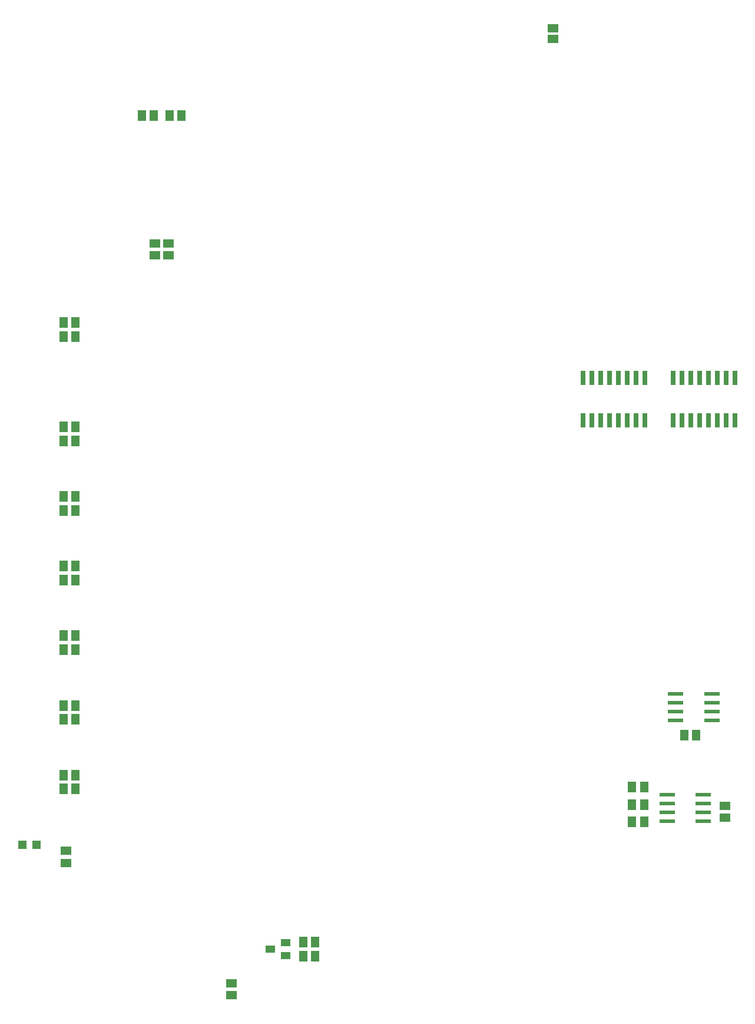
<source format=gtp>
G75*
G70*
%OFA0B0*%
%FSLAX24Y24*%
%IPPOS*%
%LPD*%
%AMOC8*
5,1,8,0,0,1.08239X$1,22.5*
%
%ADD10R,0.0866X0.0236*%
%ADD11R,0.0512X0.0591*%
%ADD12R,0.0591X0.0512*%
%ADD13R,0.0260X0.0800*%
%ADD14R,0.0551X0.0394*%
%ADD15R,0.0630X0.0460*%
%ADD16R,0.0472X0.0472*%
D10*
X039874Y012884D03*
X039874Y013384D03*
X039874Y013884D03*
X039874Y014384D03*
X041922Y014384D03*
X041922Y013884D03*
X041922Y013384D03*
X041922Y012884D03*
X042414Y018593D03*
X042414Y019093D03*
X042414Y019593D03*
X042414Y020093D03*
X040367Y020093D03*
X040367Y019593D03*
X040367Y019093D03*
X040367Y018593D03*
D11*
X040859Y017768D03*
X041528Y017768D03*
X038575Y014815D03*
X038575Y013831D03*
X037906Y013831D03*
X037906Y014815D03*
X037906Y012847D03*
X038575Y012847D03*
X019973Y006056D03*
X019304Y006056D03*
X019304Y005268D03*
X019973Y005268D03*
X006390Y014717D03*
X005721Y014717D03*
X005721Y015504D03*
X006390Y015504D03*
X006390Y018654D03*
X006390Y019441D03*
X005721Y019441D03*
X005721Y018654D03*
X005721Y022591D03*
X005721Y023378D03*
X006390Y023378D03*
X006390Y022591D03*
X006390Y026528D03*
X006390Y027315D03*
X005721Y027315D03*
X005721Y026528D03*
X005721Y030465D03*
X005721Y031252D03*
X006390Y031252D03*
X006390Y030465D03*
X006390Y034402D03*
X005721Y034402D03*
X005721Y035189D03*
X006390Y035189D03*
X006390Y040307D03*
X005721Y040307D03*
X005721Y041095D03*
X006390Y041095D03*
X010150Y052807D03*
X010819Y052807D03*
X011725Y052807D03*
X012394Y052807D03*
D12*
X005859Y010544D03*
X005859Y011213D03*
X015209Y003733D03*
X015209Y003063D03*
X043162Y013103D03*
X043162Y013772D03*
X011666Y044894D03*
X011666Y045563D03*
X010878Y045563D03*
X010878Y044894D03*
D13*
X035113Y037974D03*
X035613Y037974D03*
X036113Y037974D03*
X036613Y037974D03*
X037113Y037974D03*
X037613Y037974D03*
X038113Y037974D03*
X038613Y037974D03*
X040231Y037974D03*
X040731Y037974D03*
X041231Y037974D03*
X041731Y037974D03*
X042231Y037974D03*
X042731Y037974D03*
X043231Y037974D03*
X043731Y037974D03*
X043731Y035554D03*
X043231Y035554D03*
X042731Y035554D03*
X042231Y035554D03*
X041731Y035554D03*
X041231Y035554D03*
X040731Y035554D03*
X040231Y035554D03*
X038613Y035554D03*
X038113Y035554D03*
X037613Y035554D03*
X037113Y035554D03*
X036613Y035554D03*
X036113Y035554D03*
X035613Y035554D03*
X035113Y035554D03*
D14*
X018300Y006036D03*
X017433Y005662D03*
X018300Y005288D03*
D15*
X033418Y057133D03*
X033418Y057733D03*
D16*
X004205Y011567D03*
X003378Y011567D03*
M02*

</source>
